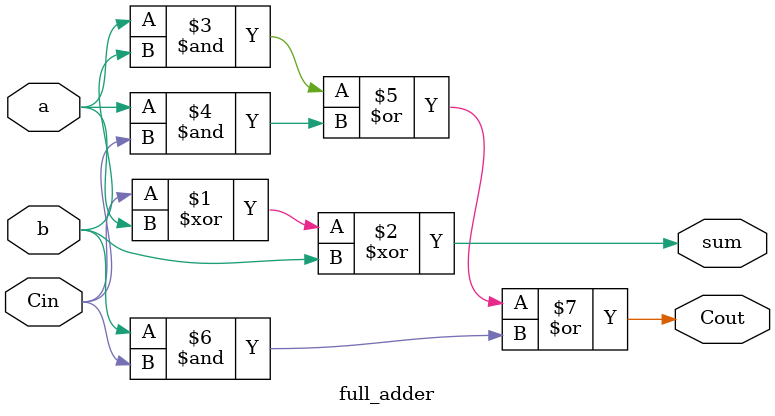
<source format=v>
module full_adder(Cin,a,b,sum,Cout);
input Cin,a,b;
output wire sum, Cout;
assign sum = Cin ^ a ^ b; //if two 1s sum = 0, if 3 1s sum = 1, if only 1 1 then sum = 1
assign Cout = (a & b) | (a & Cin) | (b & Cin); //if there are atleast two ones in inputs
endmodule
</source>
